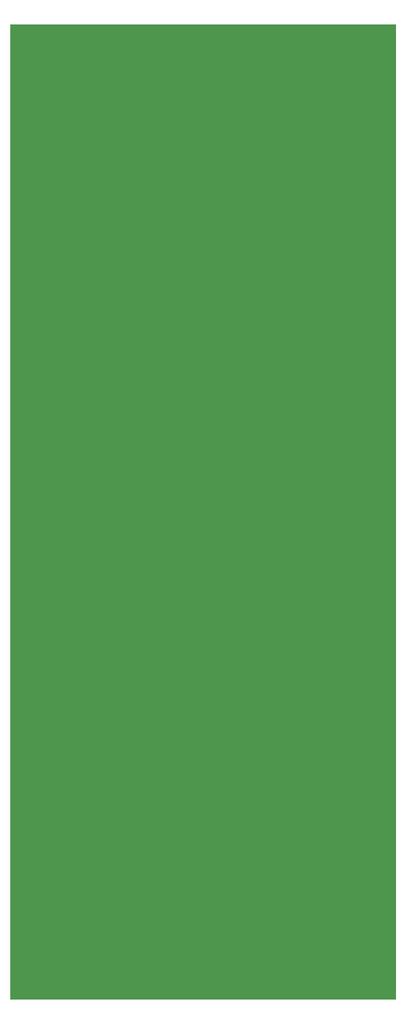
<source format=gbr>
G04 #@! TF.GenerationSoftware,KiCad,Pcbnew,(5.1.4)-1*
G04 #@! TF.CreationDate,2020-03-27T20:42:02+00:00*
G04 #@! TF.ProjectId,wagyu_front,77616779-755f-4667-926f-6e742e6b6963,rev?*
G04 #@! TF.SameCoordinates,Original*
G04 #@! TF.FileFunction,Soldermask,Bot*
G04 #@! TF.FilePolarity,Negative*
%FSLAX46Y46*%
G04 Gerber Fmt 4.6, Leading zero omitted, Abs format (unit mm)*
G04 Created by KiCad (PCBNEW (5.1.4)-1) date 2020-03-27 20:42:02*
%MOMM*%
%LPD*%
G04 APERTURE LIST*
%ADD10C,0.100000*%
G04 APERTURE END LIST*
D10*
G36*
X104140000Y-153670000D02*
G01*
X53340000Y-153670000D01*
X53340000Y-25400000D01*
X104140000Y-25400000D01*
X104140000Y-153670000D01*
G37*
X104140000Y-153670000D02*
X53340000Y-153670000D01*
X53340000Y-25400000D01*
X104140000Y-25400000D01*
X104140000Y-153670000D01*
G36*
X87873651Y-149272888D02*
G01*
X88184870Y-149367296D01*
X88471680Y-149520599D01*
X88471683Y-149520601D01*
X88471684Y-149520602D01*
X88723082Y-149726918D01*
X88929398Y-149978316D01*
X88929401Y-149978320D01*
X89082704Y-150265130D01*
X89177112Y-150576349D01*
X89208988Y-150900000D01*
X89177112Y-151223651D01*
X89082704Y-151534870D01*
X88929401Y-151821680D01*
X88929399Y-151821683D01*
X88929398Y-151821684D01*
X88723082Y-152073082D01*
X88471684Y-152279398D01*
X88471680Y-152279401D01*
X88184870Y-152432704D01*
X87873651Y-152527112D01*
X87631107Y-152551000D01*
X84928893Y-152551000D01*
X84686349Y-152527112D01*
X84375130Y-152432704D01*
X84088320Y-152279401D01*
X84088316Y-152279398D01*
X83836918Y-152073082D01*
X83630602Y-151821684D01*
X83630601Y-151821683D01*
X83630599Y-151821680D01*
X83477296Y-151534870D01*
X83382888Y-151223651D01*
X83351012Y-150900000D01*
X83382888Y-150576349D01*
X83477296Y-150265130D01*
X83630599Y-149978320D01*
X83630602Y-149978316D01*
X83836918Y-149726918D01*
X84088316Y-149520602D01*
X84088317Y-149520601D01*
X84088320Y-149520599D01*
X84375130Y-149367296D01*
X84686349Y-149272888D01*
X84928893Y-149249000D01*
X87631107Y-149249000D01*
X87873651Y-149272888D01*
X87873651Y-149272888D01*
G37*
G36*
X59933651Y-149272888D02*
G01*
X60244870Y-149367296D01*
X60531680Y-149520599D01*
X60531683Y-149520601D01*
X60531684Y-149520602D01*
X60783082Y-149726918D01*
X60989398Y-149978316D01*
X60989401Y-149978320D01*
X61142704Y-150265130D01*
X61237112Y-150576349D01*
X61268988Y-150900000D01*
X61237112Y-151223651D01*
X61142704Y-151534870D01*
X60989401Y-151821680D01*
X60989399Y-151821683D01*
X60989398Y-151821684D01*
X60783082Y-152073082D01*
X60531684Y-152279398D01*
X60531680Y-152279401D01*
X60244870Y-152432704D01*
X59933651Y-152527112D01*
X59691107Y-152551000D01*
X56988893Y-152551000D01*
X56746349Y-152527112D01*
X56435130Y-152432704D01*
X56148320Y-152279401D01*
X56148316Y-152279398D01*
X55896918Y-152073082D01*
X55690602Y-151821684D01*
X55690601Y-151821683D01*
X55690599Y-151821680D01*
X55537296Y-151534870D01*
X55442888Y-151223651D01*
X55411012Y-150900000D01*
X55442888Y-150576349D01*
X55537296Y-150265130D01*
X55690599Y-149978320D01*
X55690602Y-149978316D01*
X55896918Y-149726918D01*
X56148316Y-149520602D01*
X56148317Y-149520601D01*
X56148320Y-149520599D01*
X56435130Y-149367296D01*
X56746349Y-149272888D01*
X56988893Y-149249000D01*
X59691107Y-149249000D01*
X59933651Y-149272888D01*
X59933651Y-149272888D01*
G37*
G36*
X100636564Y-96779389D02*
G01*
X100827833Y-96858615D01*
X100827835Y-96858616D01*
X100999973Y-96973635D01*
X101146365Y-97120027D01*
X101261385Y-97292167D01*
X101340611Y-97483436D01*
X101381000Y-97686484D01*
X101381000Y-97893516D01*
X101340611Y-98096564D01*
X101261385Y-98287833D01*
X101261384Y-98287835D01*
X101146365Y-98459973D01*
X100999973Y-98606365D01*
X100827835Y-98721384D01*
X100827834Y-98721385D01*
X100827833Y-98721385D01*
X100636564Y-98800611D01*
X100433516Y-98841000D01*
X100226484Y-98841000D01*
X100023436Y-98800611D01*
X99832167Y-98721385D01*
X99832166Y-98721385D01*
X99832165Y-98721384D01*
X99660027Y-98606365D01*
X99513635Y-98459973D01*
X99398616Y-98287835D01*
X99398615Y-98287833D01*
X99319389Y-98096564D01*
X99279000Y-97893516D01*
X99279000Y-97686484D01*
X99319389Y-97483436D01*
X99398615Y-97292167D01*
X99513635Y-97120027D01*
X99660027Y-96973635D01*
X99832165Y-96858616D01*
X99832167Y-96858615D01*
X100023436Y-96779389D01*
X100226484Y-96739000D01*
X100433516Y-96739000D01*
X100636564Y-96779389D01*
X100636564Y-96779389D01*
G37*
G36*
X82856564Y-96779389D02*
G01*
X83047833Y-96858615D01*
X83047835Y-96858616D01*
X83219973Y-96973635D01*
X83366365Y-97120027D01*
X83481385Y-97292167D01*
X83560611Y-97483436D01*
X83601000Y-97686484D01*
X83601000Y-97893516D01*
X83560611Y-98096564D01*
X83481385Y-98287833D01*
X83481384Y-98287835D01*
X83366365Y-98459973D01*
X83219973Y-98606365D01*
X83047835Y-98721384D01*
X83047834Y-98721385D01*
X83047833Y-98721385D01*
X82856564Y-98800611D01*
X82653516Y-98841000D01*
X82446484Y-98841000D01*
X82243436Y-98800611D01*
X82052167Y-98721385D01*
X82052166Y-98721385D01*
X82052165Y-98721384D01*
X81880027Y-98606365D01*
X81733635Y-98459973D01*
X81618616Y-98287835D01*
X81618615Y-98287833D01*
X81539389Y-98096564D01*
X81499000Y-97893516D01*
X81499000Y-97686484D01*
X81539389Y-97483436D01*
X81618615Y-97292167D01*
X81733635Y-97120027D01*
X81880027Y-96973635D01*
X82052165Y-96858616D01*
X82052167Y-96858615D01*
X82243436Y-96779389D01*
X82446484Y-96739000D01*
X82653516Y-96739000D01*
X82856564Y-96779389D01*
X82856564Y-96779389D01*
G37*
G36*
X85396564Y-96779389D02*
G01*
X85587833Y-96858615D01*
X85587835Y-96858616D01*
X85759973Y-96973635D01*
X85906365Y-97120027D01*
X86021385Y-97292167D01*
X86100611Y-97483436D01*
X86141000Y-97686484D01*
X86141000Y-97893516D01*
X86100611Y-98096564D01*
X86021385Y-98287833D01*
X86021384Y-98287835D01*
X85906365Y-98459973D01*
X85759973Y-98606365D01*
X85587835Y-98721384D01*
X85587834Y-98721385D01*
X85587833Y-98721385D01*
X85396564Y-98800611D01*
X85193516Y-98841000D01*
X84986484Y-98841000D01*
X84783436Y-98800611D01*
X84592167Y-98721385D01*
X84592166Y-98721385D01*
X84592165Y-98721384D01*
X84420027Y-98606365D01*
X84273635Y-98459973D01*
X84158616Y-98287835D01*
X84158615Y-98287833D01*
X84079389Y-98096564D01*
X84039000Y-97893516D01*
X84039000Y-97686484D01*
X84079389Y-97483436D01*
X84158615Y-97292167D01*
X84273635Y-97120027D01*
X84420027Y-96973635D01*
X84592165Y-96858616D01*
X84592167Y-96858615D01*
X84783436Y-96779389D01*
X84986484Y-96739000D01*
X85193516Y-96739000D01*
X85396564Y-96779389D01*
X85396564Y-96779389D01*
G37*
G36*
X87936564Y-96779389D02*
G01*
X88127833Y-96858615D01*
X88127835Y-96858616D01*
X88299973Y-96973635D01*
X88446365Y-97120027D01*
X88561385Y-97292167D01*
X88640611Y-97483436D01*
X88681000Y-97686484D01*
X88681000Y-97893516D01*
X88640611Y-98096564D01*
X88561385Y-98287833D01*
X88561384Y-98287835D01*
X88446365Y-98459973D01*
X88299973Y-98606365D01*
X88127835Y-98721384D01*
X88127834Y-98721385D01*
X88127833Y-98721385D01*
X87936564Y-98800611D01*
X87733516Y-98841000D01*
X87526484Y-98841000D01*
X87323436Y-98800611D01*
X87132167Y-98721385D01*
X87132166Y-98721385D01*
X87132165Y-98721384D01*
X86960027Y-98606365D01*
X86813635Y-98459973D01*
X86698616Y-98287835D01*
X86698615Y-98287833D01*
X86619389Y-98096564D01*
X86579000Y-97893516D01*
X86579000Y-97686484D01*
X86619389Y-97483436D01*
X86698615Y-97292167D01*
X86813635Y-97120027D01*
X86960027Y-96973635D01*
X87132165Y-96858616D01*
X87132167Y-96858615D01*
X87323436Y-96779389D01*
X87526484Y-96739000D01*
X87733516Y-96739000D01*
X87936564Y-96779389D01*
X87936564Y-96779389D01*
G37*
G36*
X90476564Y-96779389D02*
G01*
X90667833Y-96858615D01*
X90667835Y-96858616D01*
X90839973Y-96973635D01*
X90986365Y-97120027D01*
X91101385Y-97292167D01*
X91180611Y-97483436D01*
X91221000Y-97686484D01*
X91221000Y-97893516D01*
X91180611Y-98096564D01*
X91101385Y-98287833D01*
X91101384Y-98287835D01*
X90986365Y-98459973D01*
X90839973Y-98606365D01*
X90667835Y-98721384D01*
X90667834Y-98721385D01*
X90667833Y-98721385D01*
X90476564Y-98800611D01*
X90273516Y-98841000D01*
X90066484Y-98841000D01*
X89863436Y-98800611D01*
X89672167Y-98721385D01*
X89672166Y-98721385D01*
X89672165Y-98721384D01*
X89500027Y-98606365D01*
X89353635Y-98459973D01*
X89238616Y-98287835D01*
X89238615Y-98287833D01*
X89159389Y-98096564D01*
X89119000Y-97893516D01*
X89119000Y-97686484D01*
X89159389Y-97483436D01*
X89238615Y-97292167D01*
X89353635Y-97120027D01*
X89500027Y-96973635D01*
X89672165Y-96858616D01*
X89672167Y-96858615D01*
X89863436Y-96779389D01*
X90066484Y-96739000D01*
X90273516Y-96739000D01*
X90476564Y-96779389D01*
X90476564Y-96779389D01*
G37*
G36*
X93016564Y-96779389D02*
G01*
X93207833Y-96858615D01*
X93207835Y-96858616D01*
X93379973Y-96973635D01*
X93526365Y-97120027D01*
X93641385Y-97292167D01*
X93720611Y-97483436D01*
X93761000Y-97686484D01*
X93761000Y-97893516D01*
X93720611Y-98096564D01*
X93641385Y-98287833D01*
X93641384Y-98287835D01*
X93526365Y-98459973D01*
X93379973Y-98606365D01*
X93207835Y-98721384D01*
X93207834Y-98721385D01*
X93207833Y-98721385D01*
X93016564Y-98800611D01*
X92813516Y-98841000D01*
X92606484Y-98841000D01*
X92403436Y-98800611D01*
X92212167Y-98721385D01*
X92212166Y-98721385D01*
X92212165Y-98721384D01*
X92040027Y-98606365D01*
X91893635Y-98459973D01*
X91778616Y-98287835D01*
X91778615Y-98287833D01*
X91699389Y-98096564D01*
X91659000Y-97893516D01*
X91659000Y-97686484D01*
X91699389Y-97483436D01*
X91778615Y-97292167D01*
X91893635Y-97120027D01*
X92040027Y-96973635D01*
X92212165Y-96858616D01*
X92212167Y-96858615D01*
X92403436Y-96779389D01*
X92606484Y-96739000D01*
X92813516Y-96739000D01*
X93016564Y-96779389D01*
X93016564Y-96779389D01*
G37*
G36*
X95556564Y-96779389D02*
G01*
X95747833Y-96858615D01*
X95747835Y-96858616D01*
X95919973Y-96973635D01*
X96066365Y-97120027D01*
X96181385Y-97292167D01*
X96260611Y-97483436D01*
X96301000Y-97686484D01*
X96301000Y-97893516D01*
X96260611Y-98096564D01*
X96181385Y-98287833D01*
X96181384Y-98287835D01*
X96066365Y-98459973D01*
X95919973Y-98606365D01*
X95747835Y-98721384D01*
X95747834Y-98721385D01*
X95747833Y-98721385D01*
X95556564Y-98800611D01*
X95353516Y-98841000D01*
X95146484Y-98841000D01*
X94943436Y-98800611D01*
X94752167Y-98721385D01*
X94752166Y-98721385D01*
X94752165Y-98721384D01*
X94580027Y-98606365D01*
X94433635Y-98459973D01*
X94318616Y-98287835D01*
X94318615Y-98287833D01*
X94239389Y-98096564D01*
X94199000Y-97893516D01*
X94199000Y-97686484D01*
X94239389Y-97483436D01*
X94318615Y-97292167D01*
X94433635Y-97120027D01*
X94580027Y-96973635D01*
X94752165Y-96858616D01*
X94752167Y-96858615D01*
X94943436Y-96779389D01*
X95146484Y-96739000D01*
X95353516Y-96739000D01*
X95556564Y-96779389D01*
X95556564Y-96779389D01*
G37*
G36*
X98096564Y-96779389D02*
G01*
X98287833Y-96858615D01*
X98287835Y-96858616D01*
X98459973Y-96973635D01*
X98606365Y-97120027D01*
X98721385Y-97292167D01*
X98800611Y-97483436D01*
X98841000Y-97686484D01*
X98841000Y-97893516D01*
X98800611Y-98096564D01*
X98721385Y-98287833D01*
X98721384Y-98287835D01*
X98606365Y-98459973D01*
X98459973Y-98606365D01*
X98287835Y-98721384D01*
X98287834Y-98721385D01*
X98287833Y-98721385D01*
X98096564Y-98800611D01*
X97893516Y-98841000D01*
X97686484Y-98841000D01*
X97483436Y-98800611D01*
X97292167Y-98721385D01*
X97292166Y-98721385D01*
X97292165Y-98721384D01*
X97120027Y-98606365D01*
X96973635Y-98459973D01*
X96858616Y-98287835D01*
X96858615Y-98287833D01*
X96779389Y-98096564D01*
X96739000Y-97893516D01*
X96739000Y-97686484D01*
X96779389Y-97483436D01*
X96858615Y-97292167D01*
X96973635Y-97120027D01*
X97120027Y-96973635D01*
X97292165Y-96858616D01*
X97292167Y-96858615D01*
X97483436Y-96779389D01*
X97686484Y-96739000D01*
X97893516Y-96739000D01*
X98096564Y-96779389D01*
X98096564Y-96779389D01*
G37*
G36*
X93016564Y-94239389D02*
G01*
X93207833Y-94318615D01*
X93207835Y-94318616D01*
X93379973Y-94433635D01*
X93526365Y-94580027D01*
X93641385Y-94752167D01*
X93720611Y-94943436D01*
X93761000Y-95146484D01*
X93761000Y-95353516D01*
X93720611Y-95556564D01*
X93641385Y-95747833D01*
X93641384Y-95747835D01*
X93526365Y-95919973D01*
X93379973Y-96066365D01*
X93207835Y-96181384D01*
X93207834Y-96181385D01*
X93207833Y-96181385D01*
X93016564Y-96260611D01*
X92813516Y-96301000D01*
X92606484Y-96301000D01*
X92403436Y-96260611D01*
X92212167Y-96181385D01*
X92212166Y-96181385D01*
X92212165Y-96181384D01*
X92040027Y-96066365D01*
X91893635Y-95919973D01*
X91778616Y-95747835D01*
X91778615Y-95747833D01*
X91699389Y-95556564D01*
X91659000Y-95353516D01*
X91659000Y-95146484D01*
X91699389Y-94943436D01*
X91778615Y-94752167D01*
X91893635Y-94580027D01*
X92040027Y-94433635D01*
X92212165Y-94318616D01*
X92212167Y-94318615D01*
X92403436Y-94239389D01*
X92606484Y-94199000D01*
X92813516Y-94199000D01*
X93016564Y-94239389D01*
X93016564Y-94239389D01*
G37*
G36*
X82856564Y-94239389D02*
G01*
X83047833Y-94318615D01*
X83047835Y-94318616D01*
X83219973Y-94433635D01*
X83366365Y-94580027D01*
X83481385Y-94752167D01*
X83560611Y-94943436D01*
X83601000Y-95146484D01*
X83601000Y-95353516D01*
X83560611Y-95556564D01*
X83481385Y-95747833D01*
X83481384Y-95747835D01*
X83366365Y-95919973D01*
X83219973Y-96066365D01*
X83047835Y-96181384D01*
X83047834Y-96181385D01*
X83047833Y-96181385D01*
X82856564Y-96260611D01*
X82653516Y-96301000D01*
X82446484Y-96301000D01*
X82243436Y-96260611D01*
X82052167Y-96181385D01*
X82052166Y-96181385D01*
X82052165Y-96181384D01*
X81880027Y-96066365D01*
X81733635Y-95919973D01*
X81618616Y-95747835D01*
X81618615Y-95747833D01*
X81539389Y-95556564D01*
X81499000Y-95353516D01*
X81499000Y-95146484D01*
X81539389Y-94943436D01*
X81618615Y-94752167D01*
X81733635Y-94580027D01*
X81880027Y-94433635D01*
X82052165Y-94318616D01*
X82052167Y-94318615D01*
X82243436Y-94239389D01*
X82446484Y-94199000D01*
X82653516Y-94199000D01*
X82856564Y-94239389D01*
X82856564Y-94239389D01*
G37*
G36*
X85396564Y-94239389D02*
G01*
X85587833Y-94318615D01*
X85587835Y-94318616D01*
X85759973Y-94433635D01*
X85906365Y-94580027D01*
X86021385Y-94752167D01*
X86100611Y-94943436D01*
X86141000Y-95146484D01*
X86141000Y-95353516D01*
X86100611Y-95556564D01*
X86021385Y-95747833D01*
X86021384Y-95747835D01*
X85906365Y-95919973D01*
X85759973Y-96066365D01*
X85587835Y-96181384D01*
X85587834Y-96181385D01*
X85587833Y-96181385D01*
X85396564Y-96260611D01*
X85193516Y-96301000D01*
X84986484Y-96301000D01*
X84783436Y-96260611D01*
X84592167Y-96181385D01*
X84592166Y-96181385D01*
X84592165Y-96181384D01*
X84420027Y-96066365D01*
X84273635Y-95919973D01*
X84158616Y-95747835D01*
X84158615Y-95747833D01*
X84079389Y-95556564D01*
X84039000Y-95353516D01*
X84039000Y-95146484D01*
X84079389Y-94943436D01*
X84158615Y-94752167D01*
X84273635Y-94580027D01*
X84420027Y-94433635D01*
X84592165Y-94318616D01*
X84592167Y-94318615D01*
X84783436Y-94239389D01*
X84986484Y-94199000D01*
X85193516Y-94199000D01*
X85396564Y-94239389D01*
X85396564Y-94239389D01*
G37*
G36*
X87936564Y-94239389D02*
G01*
X88127833Y-94318615D01*
X88127835Y-94318616D01*
X88299973Y-94433635D01*
X88446365Y-94580027D01*
X88561385Y-94752167D01*
X88640611Y-94943436D01*
X88681000Y-95146484D01*
X88681000Y-95353516D01*
X88640611Y-95556564D01*
X88561385Y-95747833D01*
X88561384Y-95747835D01*
X88446365Y-95919973D01*
X88299973Y-96066365D01*
X88127835Y-96181384D01*
X88127834Y-96181385D01*
X88127833Y-96181385D01*
X87936564Y-96260611D01*
X87733516Y-96301000D01*
X87526484Y-96301000D01*
X87323436Y-96260611D01*
X87132167Y-96181385D01*
X87132166Y-96181385D01*
X87132165Y-96181384D01*
X86960027Y-96066365D01*
X86813635Y-95919973D01*
X86698616Y-95747835D01*
X86698615Y-95747833D01*
X86619389Y-95556564D01*
X86579000Y-95353516D01*
X86579000Y-95146484D01*
X86619389Y-94943436D01*
X86698615Y-94752167D01*
X86813635Y-94580027D01*
X86960027Y-94433635D01*
X87132165Y-94318616D01*
X87132167Y-94318615D01*
X87323436Y-94239389D01*
X87526484Y-94199000D01*
X87733516Y-94199000D01*
X87936564Y-94239389D01*
X87936564Y-94239389D01*
G37*
G36*
X90476564Y-94239389D02*
G01*
X90667833Y-94318615D01*
X90667835Y-94318616D01*
X90839973Y-94433635D01*
X90986365Y-94580027D01*
X91101385Y-94752167D01*
X91180611Y-94943436D01*
X91221000Y-95146484D01*
X91221000Y-95353516D01*
X91180611Y-95556564D01*
X91101385Y-95747833D01*
X91101384Y-95747835D01*
X90986365Y-95919973D01*
X90839973Y-96066365D01*
X90667835Y-96181384D01*
X90667834Y-96181385D01*
X90667833Y-96181385D01*
X90476564Y-96260611D01*
X90273516Y-96301000D01*
X90066484Y-96301000D01*
X89863436Y-96260611D01*
X89672167Y-96181385D01*
X89672166Y-96181385D01*
X89672165Y-96181384D01*
X89500027Y-96066365D01*
X89353635Y-95919973D01*
X89238616Y-95747835D01*
X89238615Y-95747833D01*
X89159389Y-95556564D01*
X89119000Y-95353516D01*
X89119000Y-95146484D01*
X89159389Y-94943436D01*
X89238615Y-94752167D01*
X89353635Y-94580027D01*
X89500027Y-94433635D01*
X89672165Y-94318616D01*
X89672167Y-94318615D01*
X89863436Y-94239389D01*
X90066484Y-94199000D01*
X90273516Y-94199000D01*
X90476564Y-94239389D01*
X90476564Y-94239389D01*
G37*
G36*
X95556564Y-94239389D02*
G01*
X95747833Y-94318615D01*
X95747835Y-94318616D01*
X95919973Y-94433635D01*
X96066365Y-94580027D01*
X96181385Y-94752167D01*
X96260611Y-94943436D01*
X96301000Y-95146484D01*
X96301000Y-95353516D01*
X96260611Y-95556564D01*
X96181385Y-95747833D01*
X96181384Y-95747835D01*
X96066365Y-95919973D01*
X95919973Y-96066365D01*
X95747835Y-96181384D01*
X95747834Y-96181385D01*
X95747833Y-96181385D01*
X95556564Y-96260611D01*
X95353516Y-96301000D01*
X95146484Y-96301000D01*
X94943436Y-96260611D01*
X94752167Y-96181385D01*
X94752166Y-96181385D01*
X94752165Y-96181384D01*
X94580027Y-96066365D01*
X94433635Y-95919973D01*
X94318616Y-95747835D01*
X94318615Y-95747833D01*
X94239389Y-95556564D01*
X94199000Y-95353516D01*
X94199000Y-95146484D01*
X94239389Y-94943436D01*
X94318615Y-94752167D01*
X94433635Y-94580027D01*
X94580027Y-94433635D01*
X94752165Y-94318616D01*
X94752167Y-94318615D01*
X94943436Y-94239389D01*
X95146484Y-94199000D01*
X95353516Y-94199000D01*
X95556564Y-94239389D01*
X95556564Y-94239389D01*
G37*
G36*
X100636564Y-94239389D02*
G01*
X100827833Y-94318615D01*
X100827835Y-94318616D01*
X100999973Y-94433635D01*
X101146365Y-94580027D01*
X101261385Y-94752167D01*
X101340611Y-94943436D01*
X101381000Y-95146484D01*
X101381000Y-95353516D01*
X101340611Y-95556564D01*
X101261385Y-95747833D01*
X101261384Y-95747835D01*
X101146365Y-95919973D01*
X100999973Y-96066365D01*
X100827835Y-96181384D01*
X100827834Y-96181385D01*
X100827833Y-96181385D01*
X100636564Y-96260611D01*
X100433516Y-96301000D01*
X100226484Y-96301000D01*
X100023436Y-96260611D01*
X99832167Y-96181385D01*
X99832166Y-96181385D01*
X99832165Y-96181384D01*
X99660027Y-96066365D01*
X99513635Y-95919973D01*
X99398616Y-95747835D01*
X99398615Y-95747833D01*
X99319389Y-95556564D01*
X99279000Y-95353516D01*
X99279000Y-95146484D01*
X99319389Y-94943436D01*
X99398615Y-94752167D01*
X99513635Y-94580027D01*
X99660027Y-94433635D01*
X99832165Y-94318616D01*
X99832167Y-94318615D01*
X100023436Y-94239389D01*
X100226484Y-94199000D01*
X100433516Y-94199000D01*
X100636564Y-94239389D01*
X100636564Y-94239389D01*
G37*
G36*
X98096564Y-94239389D02*
G01*
X98287833Y-94318615D01*
X98287835Y-94318616D01*
X98459973Y-94433635D01*
X98606365Y-94580027D01*
X98721385Y-94752167D01*
X98800611Y-94943436D01*
X98841000Y-95146484D01*
X98841000Y-95353516D01*
X98800611Y-95556564D01*
X98721385Y-95747833D01*
X98721384Y-95747835D01*
X98606365Y-95919973D01*
X98459973Y-96066365D01*
X98287835Y-96181384D01*
X98287834Y-96181385D01*
X98287833Y-96181385D01*
X98096564Y-96260611D01*
X97893516Y-96301000D01*
X97686484Y-96301000D01*
X97483436Y-96260611D01*
X97292167Y-96181385D01*
X97292166Y-96181385D01*
X97292165Y-96181384D01*
X97120027Y-96066365D01*
X96973635Y-95919973D01*
X96858616Y-95747835D01*
X96858615Y-95747833D01*
X96779389Y-95556564D01*
X96739000Y-95353516D01*
X96739000Y-95146484D01*
X96779389Y-94943436D01*
X96858615Y-94752167D01*
X96973635Y-94580027D01*
X97120027Y-94433635D01*
X97292165Y-94318616D01*
X97292167Y-94318615D01*
X97483436Y-94239389D01*
X97686484Y-94199000D01*
X97893516Y-94199000D01*
X98096564Y-94239389D01*
X98096564Y-94239389D01*
G37*
G36*
X82856564Y-91699389D02*
G01*
X83047833Y-91778615D01*
X83047835Y-91778616D01*
X83219973Y-91893635D01*
X83366365Y-92040027D01*
X83481385Y-92212167D01*
X83560611Y-92403436D01*
X83601000Y-92606484D01*
X83601000Y-92813516D01*
X83560611Y-93016564D01*
X83481385Y-93207833D01*
X83481384Y-93207835D01*
X83366365Y-93379973D01*
X83219973Y-93526365D01*
X83047835Y-93641384D01*
X83047834Y-93641385D01*
X83047833Y-93641385D01*
X82856564Y-93720611D01*
X82653516Y-93761000D01*
X82446484Y-93761000D01*
X82243436Y-93720611D01*
X82052167Y-93641385D01*
X82052166Y-93641385D01*
X82052165Y-93641384D01*
X81880027Y-93526365D01*
X81733635Y-93379973D01*
X81618616Y-93207835D01*
X81618615Y-93207833D01*
X81539389Y-93016564D01*
X81499000Y-92813516D01*
X81499000Y-92606484D01*
X81539389Y-92403436D01*
X81618615Y-92212167D01*
X81733635Y-92040027D01*
X81880027Y-91893635D01*
X82052165Y-91778616D01*
X82052167Y-91778615D01*
X82243436Y-91699389D01*
X82446484Y-91659000D01*
X82653516Y-91659000D01*
X82856564Y-91699389D01*
X82856564Y-91699389D01*
G37*
G36*
X100636564Y-91699389D02*
G01*
X100827833Y-91778615D01*
X100827835Y-91778616D01*
X100999973Y-91893635D01*
X101146365Y-92040027D01*
X101261385Y-92212167D01*
X101340611Y-92403436D01*
X101381000Y-92606484D01*
X101381000Y-92813516D01*
X101340611Y-93016564D01*
X101261385Y-93207833D01*
X101261384Y-93207835D01*
X101146365Y-93379973D01*
X100999973Y-93526365D01*
X100827835Y-93641384D01*
X100827834Y-93641385D01*
X100827833Y-93641385D01*
X100636564Y-93720611D01*
X100433516Y-93761000D01*
X100226484Y-93761000D01*
X100023436Y-93720611D01*
X99832167Y-93641385D01*
X99832166Y-93641385D01*
X99832165Y-93641384D01*
X99660027Y-93526365D01*
X99513635Y-93379973D01*
X99398616Y-93207835D01*
X99398615Y-93207833D01*
X99319389Y-93016564D01*
X99279000Y-92813516D01*
X99279000Y-92606484D01*
X99319389Y-92403436D01*
X99398615Y-92212167D01*
X99513635Y-92040027D01*
X99660027Y-91893635D01*
X99832165Y-91778616D01*
X99832167Y-91778615D01*
X100023436Y-91699389D01*
X100226484Y-91659000D01*
X100433516Y-91659000D01*
X100636564Y-91699389D01*
X100636564Y-91699389D01*
G37*
G36*
X95556564Y-91699389D02*
G01*
X95747833Y-91778615D01*
X95747835Y-91778616D01*
X95919973Y-91893635D01*
X96066365Y-92040027D01*
X96181385Y-92212167D01*
X96260611Y-92403436D01*
X96301000Y-92606484D01*
X96301000Y-92813516D01*
X96260611Y-93016564D01*
X96181385Y-93207833D01*
X96181384Y-93207835D01*
X96066365Y-93379973D01*
X95919973Y-93526365D01*
X95747835Y-93641384D01*
X95747834Y-93641385D01*
X95747833Y-93641385D01*
X95556564Y-93720611D01*
X95353516Y-93761000D01*
X95146484Y-93761000D01*
X94943436Y-93720611D01*
X94752167Y-93641385D01*
X94752166Y-93641385D01*
X94752165Y-93641384D01*
X94580027Y-93526365D01*
X94433635Y-93379973D01*
X94318616Y-93207835D01*
X94318615Y-93207833D01*
X94239389Y-93016564D01*
X94199000Y-92813516D01*
X94199000Y-92606484D01*
X94239389Y-92403436D01*
X94318615Y-92212167D01*
X94433635Y-92040027D01*
X94580027Y-91893635D01*
X94752165Y-91778616D01*
X94752167Y-91778615D01*
X94943436Y-91699389D01*
X95146484Y-91659000D01*
X95353516Y-91659000D01*
X95556564Y-91699389D01*
X95556564Y-91699389D01*
G37*
G36*
X93016564Y-91699389D02*
G01*
X93207833Y-91778615D01*
X93207835Y-91778616D01*
X93379973Y-91893635D01*
X93526365Y-92040027D01*
X93641385Y-92212167D01*
X93720611Y-92403436D01*
X93761000Y-92606484D01*
X93761000Y-92813516D01*
X93720611Y-93016564D01*
X93641385Y-93207833D01*
X93641384Y-93207835D01*
X93526365Y-93379973D01*
X93379973Y-93526365D01*
X93207835Y-93641384D01*
X93207834Y-93641385D01*
X93207833Y-93641385D01*
X93016564Y-93720611D01*
X92813516Y-93761000D01*
X92606484Y-93761000D01*
X92403436Y-93720611D01*
X92212167Y-93641385D01*
X92212166Y-93641385D01*
X92212165Y-93641384D01*
X92040027Y-93526365D01*
X91893635Y-93379973D01*
X91778616Y-93207835D01*
X91778615Y-93207833D01*
X91699389Y-93016564D01*
X91659000Y-92813516D01*
X91659000Y-92606484D01*
X91699389Y-92403436D01*
X91778615Y-92212167D01*
X91893635Y-92040027D01*
X92040027Y-91893635D01*
X92212165Y-91778616D01*
X92212167Y-91778615D01*
X92403436Y-91699389D01*
X92606484Y-91659000D01*
X92813516Y-91659000D01*
X93016564Y-91699389D01*
X93016564Y-91699389D01*
G37*
G36*
X90476564Y-91699389D02*
G01*
X90667833Y-91778615D01*
X90667835Y-91778616D01*
X90839973Y-91893635D01*
X90986365Y-92040027D01*
X91101385Y-92212167D01*
X91180611Y-92403436D01*
X91221000Y-92606484D01*
X91221000Y-92813516D01*
X91180611Y-93016564D01*
X91101385Y-93207833D01*
X91101384Y-93207835D01*
X90986365Y-93379973D01*
X90839973Y-93526365D01*
X90667835Y-93641384D01*
X90667834Y-93641385D01*
X90667833Y-93641385D01*
X90476564Y-93720611D01*
X90273516Y-93761000D01*
X90066484Y-93761000D01*
X89863436Y-93720611D01*
X89672167Y-93641385D01*
X89672166Y-93641385D01*
X89672165Y-93641384D01*
X89500027Y-93526365D01*
X89353635Y-93379973D01*
X89238616Y-93207835D01*
X89238615Y-93207833D01*
X89159389Y-93016564D01*
X89119000Y-92813516D01*
X89119000Y-92606484D01*
X89159389Y-92403436D01*
X89238615Y-92212167D01*
X89353635Y-92040027D01*
X89500027Y-91893635D01*
X89672165Y-91778616D01*
X89672167Y-91778615D01*
X89863436Y-91699389D01*
X90066484Y-91659000D01*
X90273516Y-91659000D01*
X90476564Y-91699389D01*
X90476564Y-91699389D01*
G37*
G36*
X87936564Y-91699389D02*
G01*
X88127833Y-91778615D01*
X88127835Y-91778616D01*
X88299973Y-91893635D01*
X88446365Y-92040027D01*
X88561385Y-92212167D01*
X88640611Y-92403436D01*
X88681000Y-92606484D01*
X88681000Y-92813516D01*
X88640611Y-93016564D01*
X88561385Y-93207833D01*
X88561384Y-93207835D01*
X88446365Y-93379973D01*
X88299973Y-93526365D01*
X88127835Y-93641384D01*
X88127834Y-93641385D01*
X88127833Y-93641385D01*
X87936564Y-93720611D01*
X87733516Y-93761000D01*
X87526484Y-93761000D01*
X87323436Y-93720611D01*
X87132167Y-93641385D01*
X87132166Y-93641385D01*
X87132165Y-93641384D01*
X86960027Y-93526365D01*
X86813635Y-93379973D01*
X86698616Y-93207835D01*
X86698615Y-93207833D01*
X86619389Y-93016564D01*
X86579000Y-92813516D01*
X86579000Y-92606484D01*
X86619389Y-92403436D01*
X86698615Y-92212167D01*
X86813635Y-92040027D01*
X86960027Y-91893635D01*
X87132165Y-91778616D01*
X87132167Y-91778615D01*
X87323436Y-91699389D01*
X87526484Y-91659000D01*
X87733516Y-91659000D01*
X87936564Y-91699389D01*
X87936564Y-91699389D01*
G37*
G36*
X85396564Y-91699389D02*
G01*
X85587833Y-91778615D01*
X85587835Y-91778616D01*
X85759973Y-91893635D01*
X85906365Y-92040027D01*
X86021385Y-92212167D01*
X86100611Y-92403436D01*
X86141000Y-92606484D01*
X86141000Y-92813516D01*
X86100611Y-93016564D01*
X86021385Y-93207833D01*
X86021384Y-93207835D01*
X85906365Y-93379973D01*
X85759973Y-93526365D01*
X85587835Y-93641384D01*
X85587834Y-93641385D01*
X85587833Y-93641385D01*
X85396564Y-93720611D01*
X85193516Y-93761000D01*
X84986484Y-93761000D01*
X84783436Y-93720611D01*
X84592167Y-93641385D01*
X84592166Y-93641385D01*
X84592165Y-93641384D01*
X84420027Y-93526365D01*
X84273635Y-93379973D01*
X84158616Y-93207835D01*
X84158615Y-93207833D01*
X84079389Y-93016564D01*
X84039000Y-92813516D01*
X84039000Y-92606484D01*
X84079389Y-92403436D01*
X84158615Y-92212167D01*
X84273635Y-92040027D01*
X84420027Y-91893635D01*
X84592165Y-91778616D01*
X84592167Y-91778615D01*
X84783436Y-91699389D01*
X84986484Y-91659000D01*
X85193516Y-91659000D01*
X85396564Y-91699389D01*
X85396564Y-91699389D01*
G37*
G36*
X98096564Y-91699389D02*
G01*
X98287833Y-91778615D01*
X98287835Y-91778616D01*
X98459973Y-91893635D01*
X98606365Y-92040027D01*
X98721385Y-92212167D01*
X98800611Y-92403436D01*
X98841000Y-92606484D01*
X98841000Y-92813516D01*
X98800611Y-93016564D01*
X98721385Y-93207833D01*
X98721384Y-93207835D01*
X98606365Y-93379973D01*
X98459973Y-93526365D01*
X98287835Y-93641384D01*
X98287834Y-93641385D01*
X98287833Y-93641385D01*
X98096564Y-93720611D01*
X97893516Y-93761000D01*
X97686484Y-93761000D01*
X97483436Y-93720611D01*
X97292167Y-93641385D01*
X97292166Y-93641385D01*
X97292165Y-93641384D01*
X97120027Y-93526365D01*
X96973635Y-93379973D01*
X96858616Y-93207835D01*
X96858615Y-93207833D01*
X96779389Y-93016564D01*
X96739000Y-92813516D01*
X96739000Y-92606484D01*
X96779389Y-92403436D01*
X96858615Y-92212167D01*
X96973635Y-92040027D01*
X97120027Y-91893635D01*
X97292165Y-91778616D01*
X97292167Y-91778615D01*
X97483436Y-91699389D01*
X97686484Y-91659000D01*
X97893516Y-91659000D01*
X98096564Y-91699389D01*
X98096564Y-91699389D01*
G37*
G36*
X93016564Y-89159389D02*
G01*
X93207833Y-89238615D01*
X93207835Y-89238616D01*
X93379973Y-89353635D01*
X93526365Y-89500027D01*
X93641385Y-89672167D01*
X93720611Y-89863436D01*
X93761000Y-90066484D01*
X93761000Y-90273516D01*
X93720611Y-90476564D01*
X93641385Y-90667833D01*
X93641384Y-90667835D01*
X93526365Y-90839973D01*
X93379973Y-90986365D01*
X93207835Y-91101384D01*
X93207834Y-91101385D01*
X93207833Y-91101385D01*
X93016564Y-91180611D01*
X92813516Y-91221000D01*
X92606484Y-91221000D01*
X92403436Y-91180611D01*
X92212167Y-91101385D01*
X92212166Y-91101385D01*
X92212165Y-91101384D01*
X92040027Y-90986365D01*
X91893635Y-90839973D01*
X91778616Y-90667835D01*
X91778615Y-90667833D01*
X91699389Y-90476564D01*
X91659000Y-90273516D01*
X91659000Y-90066484D01*
X91699389Y-89863436D01*
X91778615Y-89672167D01*
X91893635Y-89500027D01*
X92040027Y-89353635D01*
X92212165Y-89238616D01*
X92212167Y-89238615D01*
X92403436Y-89159389D01*
X92606484Y-89119000D01*
X92813516Y-89119000D01*
X93016564Y-89159389D01*
X93016564Y-89159389D01*
G37*
G36*
X90476564Y-89159389D02*
G01*
X90667833Y-89238615D01*
X90667835Y-89238616D01*
X90839973Y-89353635D01*
X90986365Y-89500027D01*
X91101385Y-89672167D01*
X91180611Y-89863436D01*
X91221000Y-90066484D01*
X91221000Y-90273516D01*
X91180611Y-90476564D01*
X91101385Y-90667833D01*
X91101384Y-90667835D01*
X90986365Y-90839973D01*
X90839973Y-90986365D01*
X90667835Y-91101384D01*
X90667834Y-91101385D01*
X90667833Y-91101385D01*
X90476564Y-91180611D01*
X90273516Y-91221000D01*
X90066484Y-91221000D01*
X89863436Y-91180611D01*
X89672167Y-91101385D01*
X89672166Y-91101385D01*
X89672165Y-91101384D01*
X89500027Y-90986365D01*
X89353635Y-90839973D01*
X89238616Y-90667835D01*
X89238615Y-90667833D01*
X89159389Y-90476564D01*
X89119000Y-90273516D01*
X89119000Y-90066484D01*
X89159389Y-89863436D01*
X89238615Y-89672167D01*
X89353635Y-89500027D01*
X89500027Y-89353635D01*
X89672165Y-89238616D01*
X89672167Y-89238615D01*
X89863436Y-89159389D01*
X90066484Y-89119000D01*
X90273516Y-89119000D01*
X90476564Y-89159389D01*
X90476564Y-89159389D01*
G37*
G36*
X95556564Y-89159389D02*
G01*
X95747833Y-89238615D01*
X95747835Y-89238616D01*
X95919973Y-89353635D01*
X96066365Y-89500027D01*
X96181385Y-89672167D01*
X96260611Y-89863436D01*
X96301000Y-90066484D01*
X96301000Y-90273516D01*
X96260611Y-90476564D01*
X96181385Y-90667833D01*
X96181384Y-90667835D01*
X96066365Y-90839973D01*
X95919973Y-90986365D01*
X95747835Y-91101384D01*
X95747834Y-91101385D01*
X95747833Y-91101385D01*
X95556564Y-91180611D01*
X95353516Y-91221000D01*
X95146484Y-91221000D01*
X94943436Y-91180611D01*
X94752167Y-91101385D01*
X94752166Y-91101385D01*
X94752165Y-91101384D01*
X94580027Y-90986365D01*
X94433635Y-90839973D01*
X94318616Y-90667835D01*
X94318615Y-90667833D01*
X94239389Y-90476564D01*
X94199000Y-90273516D01*
X94199000Y-90066484D01*
X94239389Y-89863436D01*
X94318615Y-89672167D01*
X94433635Y-89500027D01*
X94580027Y-89353635D01*
X94752165Y-89238616D01*
X94752167Y-89238615D01*
X94943436Y-89159389D01*
X95146484Y-89119000D01*
X95353516Y-89119000D01*
X95556564Y-89159389D01*
X95556564Y-89159389D01*
G37*
G36*
X98096564Y-89159389D02*
G01*
X98287833Y-89238615D01*
X98287835Y-89238616D01*
X98459973Y-89353635D01*
X98606365Y-89500027D01*
X98721385Y-89672167D01*
X98800611Y-89863436D01*
X98841000Y-90066484D01*
X98841000Y-90273516D01*
X98800611Y-90476564D01*
X98721385Y-90667833D01*
X98721384Y-90667835D01*
X98606365Y-90839973D01*
X98459973Y-90986365D01*
X98287835Y-91101384D01*
X98287834Y-91101385D01*
X98287833Y-91101385D01*
X98096564Y-91180611D01*
X97893516Y-91221000D01*
X97686484Y-91221000D01*
X97483436Y-91180611D01*
X97292167Y-91101385D01*
X97292166Y-91101385D01*
X97292165Y-91101384D01*
X97120027Y-90986365D01*
X96973635Y-90839973D01*
X96858616Y-90667835D01*
X96858615Y-90667833D01*
X96779389Y-90476564D01*
X96739000Y-90273516D01*
X96739000Y-90066484D01*
X96779389Y-89863436D01*
X96858615Y-89672167D01*
X96973635Y-89500027D01*
X97120027Y-89353635D01*
X97292165Y-89238616D01*
X97292167Y-89238615D01*
X97483436Y-89159389D01*
X97686484Y-89119000D01*
X97893516Y-89119000D01*
X98096564Y-89159389D01*
X98096564Y-89159389D01*
G37*
G36*
X100636564Y-89159389D02*
G01*
X100827833Y-89238615D01*
X100827835Y-89238616D01*
X100999973Y-89353635D01*
X101146365Y-89500027D01*
X101261385Y-89672167D01*
X101340611Y-89863436D01*
X101381000Y-90066484D01*
X101381000Y-90273516D01*
X101340611Y-90476564D01*
X101261385Y-90667833D01*
X101261384Y-90667835D01*
X101146365Y-90839973D01*
X100999973Y-90986365D01*
X100827835Y-91101384D01*
X100827834Y-91101385D01*
X100827833Y-91101385D01*
X100636564Y-91180611D01*
X100433516Y-91221000D01*
X100226484Y-91221000D01*
X100023436Y-91180611D01*
X99832167Y-91101385D01*
X99832166Y-91101385D01*
X99832165Y-91101384D01*
X99660027Y-90986365D01*
X99513635Y-90839973D01*
X99398616Y-90667835D01*
X99398615Y-90667833D01*
X99319389Y-90476564D01*
X99279000Y-90273516D01*
X99279000Y-90066484D01*
X99319389Y-89863436D01*
X99398615Y-89672167D01*
X99513635Y-89500027D01*
X99660027Y-89353635D01*
X99832165Y-89238616D01*
X99832167Y-89238615D01*
X100023436Y-89159389D01*
X100226484Y-89119000D01*
X100433516Y-89119000D01*
X100636564Y-89159389D01*
X100636564Y-89159389D01*
G37*
G36*
X82856564Y-89159389D02*
G01*
X83047833Y-89238615D01*
X83047835Y-89238616D01*
X83219973Y-89353635D01*
X83366365Y-89500027D01*
X83481385Y-89672167D01*
X83560611Y-89863436D01*
X83601000Y-90066484D01*
X83601000Y-90273516D01*
X83560611Y-90476564D01*
X83481385Y-90667833D01*
X83481384Y-90667835D01*
X83366365Y-90839973D01*
X83219973Y-90986365D01*
X83047835Y-91101384D01*
X83047834Y-91101385D01*
X83047833Y-91101385D01*
X82856564Y-91180611D01*
X82653516Y-91221000D01*
X82446484Y-91221000D01*
X82243436Y-91180611D01*
X82052167Y-91101385D01*
X82052166Y-91101385D01*
X82052165Y-91101384D01*
X81880027Y-90986365D01*
X81733635Y-90839973D01*
X81618616Y-90667835D01*
X81618615Y-90667833D01*
X81539389Y-90476564D01*
X81499000Y-90273516D01*
X81499000Y-90066484D01*
X81539389Y-89863436D01*
X81618615Y-89672167D01*
X81733635Y-89500027D01*
X81880027Y-89353635D01*
X82052165Y-89238616D01*
X82052167Y-89238615D01*
X82243436Y-89159389D01*
X82446484Y-89119000D01*
X82653516Y-89119000D01*
X82856564Y-89159389D01*
X82856564Y-89159389D01*
G37*
G36*
X85396564Y-89159389D02*
G01*
X85587833Y-89238615D01*
X85587835Y-89238616D01*
X85759973Y-89353635D01*
X85906365Y-89500027D01*
X86021385Y-89672167D01*
X86100611Y-89863436D01*
X86141000Y-90066484D01*
X86141000Y-90273516D01*
X86100611Y-90476564D01*
X86021385Y-90667833D01*
X86021384Y-90667835D01*
X85906365Y-90839973D01*
X85759973Y-90986365D01*
X85587835Y-91101384D01*
X85587834Y-91101385D01*
X85587833Y-91101385D01*
X85396564Y-91180611D01*
X85193516Y-91221000D01*
X84986484Y-91221000D01*
X84783436Y-91180611D01*
X84592167Y-91101385D01*
X84592166Y-91101385D01*
X84592165Y-91101384D01*
X84420027Y-90986365D01*
X84273635Y-90839973D01*
X84158616Y-90667835D01*
X84158615Y-90667833D01*
X84079389Y-90476564D01*
X84039000Y-90273516D01*
X84039000Y-90066484D01*
X84079389Y-89863436D01*
X84158615Y-89672167D01*
X84273635Y-89500027D01*
X84420027Y-89353635D01*
X84592165Y-89238616D01*
X84592167Y-89238615D01*
X84783436Y-89159389D01*
X84986484Y-89119000D01*
X85193516Y-89119000D01*
X85396564Y-89159389D01*
X85396564Y-89159389D01*
G37*
G36*
X87936564Y-89159389D02*
G01*
X88127833Y-89238615D01*
X88127835Y-89238616D01*
X88299973Y-89353635D01*
X88446365Y-89500027D01*
X88561385Y-89672167D01*
X88640611Y-89863436D01*
X88681000Y-90066484D01*
X88681000Y-90273516D01*
X88640611Y-90476564D01*
X88561385Y-90667833D01*
X88561384Y-90667835D01*
X88446365Y-90839973D01*
X88299973Y-90986365D01*
X88127835Y-91101384D01*
X88127834Y-91101385D01*
X88127833Y-91101385D01*
X87936564Y-91180611D01*
X87733516Y-91221000D01*
X87526484Y-91221000D01*
X87323436Y-91180611D01*
X87132167Y-91101385D01*
X87132166Y-91101385D01*
X87132165Y-91101384D01*
X86960027Y-90986365D01*
X86813635Y-90839973D01*
X86698616Y-90667835D01*
X86698615Y-90667833D01*
X86619389Y-90476564D01*
X86579000Y-90273516D01*
X86579000Y-90066484D01*
X86619389Y-89863436D01*
X86698615Y-89672167D01*
X86813635Y-89500027D01*
X86960027Y-89353635D01*
X87132165Y-89238616D01*
X87132167Y-89238615D01*
X87323436Y-89159389D01*
X87526484Y-89119000D01*
X87733516Y-89119000D01*
X87936564Y-89159389D01*
X87936564Y-89159389D01*
G37*
G36*
X82856564Y-86619389D02*
G01*
X83047833Y-86698615D01*
X83047835Y-86698616D01*
X83219973Y-86813635D01*
X83366365Y-86960027D01*
X83481385Y-87132167D01*
X83560611Y-87323436D01*
X83601000Y-87526484D01*
X83601000Y-87733516D01*
X83560611Y-87936564D01*
X83481385Y-88127833D01*
X83481384Y-88127835D01*
X83366365Y-88299973D01*
X83219973Y-88446365D01*
X83047835Y-88561384D01*
X83047834Y-88561385D01*
X83047833Y-88561385D01*
X82856564Y-88640611D01*
X82653516Y-88681000D01*
X82446484Y-88681000D01*
X82243436Y-88640611D01*
X82052167Y-88561385D01*
X82052166Y-88561385D01*
X82052165Y-88561384D01*
X81880027Y-88446365D01*
X81733635Y-88299973D01*
X81618616Y-88127835D01*
X81618615Y-88127833D01*
X81539389Y-87936564D01*
X81499000Y-87733516D01*
X81499000Y-87526484D01*
X81539389Y-87323436D01*
X81618615Y-87132167D01*
X81733635Y-86960027D01*
X81880027Y-86813635D01*
X82052165Y-86698616D01*
X82052167Y-86698615D01*
X82243436Y-86619389D01*
X82446484Y-86579000D01*
X82653516Y-86579000D01*
X82856564Y-86619389D01*
X82856564Y-86619389D01*
G37*
G36*
X98096564Y-86619389D02*
G01*
X98287833Y-86698615D01*
X98287835Y-86698616D01*
X98459973Y-86813635D01*
X98606365Y-86960027D01*
X98721385Y-87132167D01*
X98800611Y-87323436D01*
X98841000Y-87526484D01*
X98841000Y-87733516D01*
X98800611Y-87936564D01*
X98721385Y-88127833D01*
X98721384Y-88127835D01*
X98606365Y-88299973D01*
X98459973Y-88446365D01*
X98287835Y-88561384D01*
X98287834Y-88561385D01*
X98287833Y-88561385D01*
X98096564Y-88640611D01*
X97893516Y-88681000D01*
X97686484Y-88681000D01*
X97483436Y-88640611D01*
X97292167Y-88561385D01*
X97292166Y-88561385D01*
X97292165Y-88561384D01*
X97120027Y-88446365D01*
X96973635Y-88299973D01*
X96858616Y-88127835D01*
X96858615Y-88127833D01*
X96779389Y-87936564D01*
X96739000Y-87733516D01*
X96739000Y-87526484D01*
X96779389Y-87323436D01*
X96858615Y-87132167D01*
X96973635Y-86960027D01*
X97120027Y-86813635D01*
X97292165Y-86698616D01*
X97292167Y-86698615D01*
X97483436Y-86619389D01*
X97686484Y-86579000D01*
X97893516Y-86579000D01*
X98096564Y-86619389D01*
X98096564Y-86619389D01*
G37*
G36*
X95556564Y-86619389D02*
G01*
X95747833Y-86698615D01*
X95747835Y-86698616D01*
X95919973Y-86813635D01*
X96066365Y-86960027D01*
X96181385Y-87132167D01*
X96260611Y-87323436D01*
X96301000Y-87526484D01*
X96301000Y-87733516D01*
X96260611Y-87936564D01*
X96181385Y-88127833D01*
X96181384Y-88127835D01*
X96066365Y-88299973D01*
X95919973Y-88446365D01*
X95747835Y-88561384D01*
X95747834Y-88561385D01*
X95747833Y-88561385D01*
X95556564Y-88640611D01*
X95353516Y-88681000D01*
X95146484Y-88681000D01*
X94943436Y-88640611D01*
X94752167Y-88561385D01*
X94752166Y-88561385D01*
X94752165Y-88561384D01*
X94580027Y-88446365D01*
X94433635Y-88299973D01*
X94318616Y-88127835D01*
X94318615Y-88127833D01*
X94239389Y-87936564D01*
X94199000Y-87733516D01*
X94199000Y-87526484D01*
X94239389Y-87323436D01*
X94318615Y-87132167D01*
X94433635Y-86960027D01*
X94580027Y-86813635D01*
X94752165Y-86698616D01*
X94752167Y-86698615D01*
X94943436Y-86619389D01*
X95146484Y-86579000D01*
X95353516Y-86579000D01*
X95556564Y-86619389D01*
X95556564Y-86619389D01*
G37*
G36*
X93016564Y-86619389D02*
G01*
X93207833Y-86698615D01*
X93207835Y-86698616D01*
X93379973Y-86813635D01*
X93526365Y-86960027D01*
X93641385Y-87132167D01*
X93720611Y-87323436D01*
X93761000Y-87526484D01*
X93761000Y-87733516D01*
X93720611Y-87936564D01*
X93641385Y-88127833D01*
X93641384Y-88127835D01*
X93526365Y-88299973D01*
X93379973Y-88446365D01*
X93207835Y-88561384D01*
X93207834Y-88561385D01*
X93207833Y-88561385D01*
X93016564Y-88640611D01*
X92813516Y-88681000D01*
X92606484Y-88681000D01*
X92403436Y-88640611D01*
X92212167Y-88561385D01*
X92212166Y-88561385D01*
X92212165Y-88561384D01*
X92040027Y-88446365D01*
X91893635Y-88299973D01*
X91778616Y-88127835D01*
X91778615Y-88127833D01*
X91699389Y-87936564D01*
X91659000Y-87733516D01*
X91659000Y-87526484D01*
X91699389Y-87323436D01*
X91778615Y-87132167D01*
X91893635Y-86960027D01*
X92040027Y-86813635D01*
X92212165Y-86698616D01*
X92212167Y-86698615D01*
X92403436Y-86619389D01*
X92606484Y-86579000D01*
X92813516Y-86579000D01*
X93016564Y-86619389D01*
X93016564Y-86619389D01*
G37*
G36*
X87936564Y-86619389D02*
G01*
X88127833Y-86698615D01*
X88127835Y-86698616D01*
X88299973Y-86813635D01*
X88446365Y-86960027D01*
X88561385Y-87132167D01*
X88640611Y-87323436D01*
X88681000Y-87526484D01*
X88681000Y-87733516D01*
X88640611Y-87936564D01*
X88561385Y-88127833D01*
X88561384Y-88127835D01*
X88446365Y-88299973D01*
X88299973Y-88446365D01*
X88127835Y-88561384D01*
X88127834Y-88561385D01*
X88127833Y-88561385D01*
X87936564Y-88640611D01*
X87733516Y-88681000D01*
X87526484Y-88681000D01*
X87323436Y-88640611D01*
X87132167Y-88561385D01*
X87132166Y-88561385D01*
X87132165Y-88561384D01*
X86960027Y-88446365D01*
X86813635Y-88299973D01*
X86698616Y-88127835D01*
X86698615Y-88127833D01*
X86619389Y-87936564D01*
X86579000Y-87733516D01*
X86579000Y-87526484D01*
X86619389Y-87323436D01*
X86698615Y-87132167D01*
X86813635Y-86960027D01*
X86960027Y-86813635D01*
X87132165Y-86698616D01*
X87132167Y-86698615D01*
X87323436Y-86619389D01*
X87526484Y-86579000D01*
X87733516Y-86579000D01*
X87936564Y-86619389D01*
X87936564Y-86619389D01*
G37*
G36*
X85396564Y-86619389D02*
G01*
X85587833Y-86698615D01*
X85587835Y-86698616D01*
X85759973Y-86813635D01*
X85906365Y-86960027D01*
X86021385Y-87132167D01*
X86100611Y-87323436D01*
X86141000Y-87526484D01*
X86141000Y-87733516D01*
X86100611Y-87936564D01*
X86021385Y-88127833D01*
X86021384Y-88127835D01*
X85906365Y-88299973D01*
X85759973Y-88446365D01*
X85587835Y-88561384D01*
X85587834Y-88561385D01*
X85587833Y-88561385D01*
X85396564Y-88640611D01*
X85193516Y-88681000D01*
X84986484Y-88681000D01*
X84783436Y-88640611D01*
X84592167Y-88561385D01*
X84592166Y-88561385D01*
X84592165Y-88561384D01*
X84420027Y-88446365D01*
X84273635Y-88299973D01*
X84158616Y-88127835D01*
X84158615Y-88127833D01*
X84079389Y-87936564D01*
X84039000Y-87733516D01*
X84039000Y-87526484D01*
X84079389Y-87323436D01*
X84158615Y-87132167D01*
X84273635Y-86960027D01*
X84420027Y-86813635D01*
X84592165Y-86698616D01*
X84592167Y-86698615D01*
X84783436Y-86619389D01*
X84986484Y-86579000D01*
X85193516Y-86579000D01*
X85396564Y-86619389D01*
X85396564Y-86619389D01*
G37*
G36*
X100636564Y-86619389D02*
G01*
X100827833Y-86698615D01*
X100827835Y-86698616D01*
X100999973Y-86813635D01*
X101146365Y-86960027D01*
X101261385Y-87132167D01*
X101340611Y-87323436D01*
X101381000Y-87526484D01*
X101381000Y-87733516D01*
X101340611Y-87936564D01*
X101261385Y-88127833D01*
X101261384Y-88127835D01*
X101146365Y-88299973D01*
X100999973Y-88446365D01*
X100827835Y-88561384D01*
X100827834Y-88561385D01*
X100827833Y-88561385D01*
X100636564Y-88640611D01*
X100433516Y-88681000D01*
X100226484Y-88681000D01*
X100023436Y-88640611D01*
X99832167Y-88561385D01*
X99832166Y-88561385D01*
X99832165Y-88561384D01*
X99660027Y-88446365D01*
X99513635Y-88299973D01*
X99398616Y-88127835D01*
X99398615Y-88127833D01*
X99319389Y-87936564D01*
X99279000Y-87733516D01*
X99279000Y-87526484D01*
X99319389Y-87323436D01*
X99398615Y-87132167D01*
X99513635Y-86960027D01*
X99660027Y-86813635D01*
X99832165Y-86698616D01*
X99832167Y-86698615D01*
X100023436Y-86619389D01*
X100226484Y-86579000D01*
X100433516Y-86579000D01*
X100636564Y-86619389D01*
X100636564Y-86619389D01*
G37*
G36*
X90476564Y-86619389D02*
G01*
X90667833Y-86698615D01*
X90667835Y-86698616D01*
X90839973Y-86813635D01*
X90986365Y-86960027D01*
X91101385Y-87132167D01*
X91180611Y-87323436D01*
X91221000Y-87526484D01*
X91221000Y-87733516D01*
X91180611Y-87936564D01*
X91101385Y-88127833D01*
X91101384Y-88127835D01*
X90986365Y-88299973D01*
X90839973Y-88446365D01*
X90667835Y-88561384D01*
X90667834Y-88561385D01*
X90667833Y-88561385D01*
X90476564Y-88640611D01*
X90273516Y-88681000D01*
X90066484Y-88681000D01*
X89863436Y-88640611D01*
X89672167Y-88561385D01*
X89672166Y-88561385D01*
X89672165Y-88561384D01*
X89500027Y-88446365D01*
X89353635Y-88299973D01*
X89238616Y-88127835D01*
X89238615Y-88127833D01*
X89159389Y-87936564D01*
X89119000Y-87733516D01*
X89119000Y-87526484D01*
X89159389Y-87323436D01*
X89238615Y-87132167D01*
X89353635Y-86960027D01*
X89500027Y-86813635D01*
X89672165Y-86698616D01*
X89672167Y-86698615D01*
X89863436Y-86619389D01*
X90066484Y-86579000D01*
X90273516Y-86579000D01*
X90476564Y-86619389D01*
X90476564Y-86619389D01*
G37*
G36*
X85396564Y-84079389D02*
G01*
X85587833Y-84158615D01*
X85587835Y-84158616D01*
X85759973Y-84273635D01*
X85906365Y-84420027D01*
X86021385Y-84592167D01*
X86100611Y-84783436D01*
X86141000Y-84986484D01*
X86141000Y-85193516D01*
X86100611Y-85396564D01*
X86021385Y-85587833D01*
X86021384Y-85587835D01*
X85906365Y-85759973D01*
X85759973Y-85906365D01*
X85587835Y-86021384D01*
X85587834Y-86021385D01*
X85587833Y-86021385D01*
X85396564Y-86100611D01*
X85193516Y-86141000D01*
X84986484Y-86141000D01*
X84783436Y-86100611D01*
X84592167Y-86021385D01*
X84592166Y-86021385D01*
X84592165Y-86021384D01*
X84420027Y-85906365D01*
X84273635Y-85759973D01*
X84158616Y-85587835D01*
X84158615Y-85587833D01*
X84079389Y-85396564D01*
X84039000Y-85193516D01*
X84039000Y-84986484D01*
X84079389Y-84783436D01*
X84158615Y-84592167D01*
X84273635Y-84420027D01*
X84420027Y-84273635D01*
X84592165Y-84158616D01*
X84592167Y-84158615D01*
X84783436Y-84079389D01*
X84986484Y-84039000D01*
X85193516Y-84039000D01*
X85396564Y-84079389D01*
X85396564Y-84079389D01*
G37*
G36*
X82856564Y-84079389D02*
G01*
X83047833Y-84158615D01*
X83047835Y-84158616D01*
X83219973Y-84273635D01*
X83366365Y-84420027D01*
X83481385Y-84592167D01*
X83560611Y-84783436D01*
X83601000Y-84986484D01*
X83601000Y-85193516D01*
X83560611Y-85396564D01*
X83481385Y-85587833D01*
X83481384Y-85587835D01*
X83366365Y-85759973D01*
X83219973Y-85906365D01*
X83047835Y-86021384D01*
X83047834Y-86021385D01*
X83047833Y-86021385D01*
X82856564Y-86100611D01*
X82653516Y-86141000D01*
X82446484Y-86141000D01*
X82243436Y-86100611D01*
X82052167Y-86021385D01*
X82052166Y-86021385D01*
X82052165Y-86021384D01*
X81880027Y-85906365D01*
X81733635Y-85759973D01*
X81618616Y-85587835D01*
X81618615Y-85587833D01*
X81539389Y-85396564D01*
X81499000Y-85193516D01*
X81499000Y-84986484D01*
X81539389Y-84783436D01*
X81618615Y-84592167D01*
X81733635Y-84420027D01*
X81880027Y-84273635D01*
X82052165Y-84158616D01*
X82052167Y-84158615D01*
X82243436Y-84079389D01*
X82446484Y-84039000D01*
X82653516Y-84039000D01*
X82856564Y-84079389D01*
X82856564Y-84079389D01*
G37*
G36*
X87936564Y-84079389D02*
G01*
X88127833Y-84158615D01*
X88127835Y-84158616D01*
X88299973Y-84273635D01*
X88446365Y-84420027D01*
X88561385Y-84592167D01*
X88640611Y-84783436D01*
X88681000Y-84986484D01*
X88681000Y-85193516D01*
X88640611Y-85396564D01*
X88561385Y-85587833D01*
X88561384Y-85587835D01*
X88446365Y-85759973D01*
X88299973Y-85906365D01*
X88127835Y-86021384D01*
X88127834Y-86021385D01*
X88127833Y-86021385D01*
X87936564Y-86100611D01*
X87733516Y-86141000D01*
X87526484Y-86141000D01*
X87323436Y-86100611D01*
X87132167Y-86021385D01*
X87132166Y-86021385D01*
X87132165Y-86021384D01*
X86960027Y-85906365D01*
X86813635Y-85759973D01*
X86698616Y-85587835D01*
X86698615Y-85587833D01*
X86619389Y-85396564D01*
X86579000Y-85193516D01*
X86579000Y-84986484D01*
X86619389Y-84783436D01*
X86698615Y-84592167D01*
X86813635Y-84420027D01*
X86960027Y-84273635D01*
X87132165Y-84158616D01*
X87132167Y-84158615D01*
X87323436Y-84079389D01*
X87526484Y-84039000D01*
X87733516Y-84039000D01*
X87936564Y-84079389D01*
X87936564Y-84079389D01*
G37*
G36*
X90476564Y-84079389D02*
G01*
X90667833Y-84158615D01*
X90667835Y-84158616D01*
X90839973Y-84273635D01*
X90986365Y-84420027D01*
X91101385Y-84592167D01*
X91180611Y-84783436D01*
X91221000Y-84986484D01*
X91221000Y-85193516D01*
X91180611Y-85396564D01*
X91101385Y-85587833D01*
X91101384Y-85587835D01*
X90986365Y-85759973D01*
X90839973Y-85906365D01*
X90667835Y-86021384D01*
X90667834Y-86021385D01*
X90667833Y-86021385D01*
X90476564Y-86100611D01*
X90273516Y-86141000D01*
X90066484Y-86141000D01*
X89863436Y-86100611D01*
X89672167Y-86021385D01*
X89672166Y-86021385D01*
X89672165Y-86021384D01*
X89500027Y-85906365D01*
X89353635Y-85759973D01*
X89238616Y-85587835D01*
X89238615Y-85587833D01*
X89159389Y-85396564D01*
X89119000Y-85193516D01*
X89119000Y-84986484D01*
X89159389Y-84783436D01*
X89238615Y-84592167D01*
X89353635Y-84420027D01*
X89500027Y-84273635D01*
X89672165Y-84158616D01*
X89672167Y-84158615D01*
X89863436Y-84079389D01*
X90066484Y-84039000D01*
X90273516Y-84039000D01*
X90476564Y-84079389D01*
X90476564Y-84079389D01*
G37*
G36*
X93016564Y-84079389D02*
G01*
X93207833Y-84158615D01*
X93207835Y-84158616D01*
X93379973Y-84273635D01*
X93526365Y-84420027D01*
X93641385Y-84592167D01*
X93720611Y-84783436D01*
X93761000Y-84986484D01*
X93761000Y-85193516D01*
X93720611Y-85396564D01*
X93641385Y-85587833D01*
X93641384Y-85587835D01*
X93526365Y-85759973D01*
X93379973Y-85906365D01*
X93207835Y-86021384D01*
X93207834Y-86021385D01*
X93207833Y-86021385D01*
X93016564Y-86100611D01*
X92813516Y-86141000D01*
X92606484Y-86141000D01*
X92403436Y-86100611D01*
X92212167Y-86021385D01*
X92212166Y-86021385D01*
X92212165Y-86021384D01*
X92040027Y-85906365D01*
X91893635Y-85759973D01*
X91778616Y-85587835D01*
X91778615Y-85587833D01*
X91699389Y-85396564D01*
X91659000Y-85193516D01*
X91659000Y-84986484D01*
X91699389Y-84783436D01*
X91778615Y-84592167D01*
X91893635Y-84420027D01*
X92040027Y-84273635D01*
X92212165Y-84158616D01*
X92212167Y-84158615D01*
X92403436Y-84079389D01*
X92606484Y-84039000D01*
X92813516Y-84039000D01*
X93016564Y-84079389D01*
X93016564Y-84079389D01*
G37*
G36*
X95556564Y-84079389D02*
G01*
X95747833Y-84158615D01*
X95747835Y-84158616D01*
X95919973Y-84273635D01*
X96066365Y-84420027D01*
X96181385Y-84592167D01*
X96260611Y-84783436D01*
X96301000Y-84986484D01*
X96301000Y-85193516D01*
X96260611Y-85396564D01*
X96181385Y-85587833D01*
X96181384Y-85587835D01*
X96066365Y-85759973D01*
X95919973Y-85906365D01*
X95747835Y-86021384D01*
X95747834Y-86021385D01*
X95747833Y-86021385D01*
X95556564Y-86100611D01*
X95353516Y-86141000D01*
X95146484Y-86141000D01*
X94943436Y-86100611D01*
X94752167Y-86021385D01*
X94752166Y-86021385D01*
X94752165Y-86021384D01*
X94580027Y-85906365D01*
X94433635Y-85759973D01*
X94318616Y-85587835D01*
X94318615Y-85587833D01*
X94239389Y-85396564D01*
X94199000Y-85193516D01*
X94199000Y-84986484D01*
X94239389Y-84783436D01*
X94318615Y-84592167D01*
X94433635Y-84420027D01*
X94580027Y-84273635D01*
X94752165Y-84158616D01*
X94752167Y-84158615D01*
X94943436Y-84079389D01*
X95146484Y-84039000D01*
X95353516Y-84039000D01*
X95556564Y-84079389D01*
X95556564Y-84079389D01*
G37*
G36*
X98096564Y-84079389D02*
G01*
X98287833Y-84158615D01*
X98287835Y-84158616D01*
X98459973Y-84273635D01*
X98606365Y-84420027D01*
X98721385Y-84592167D01*
X98800611Y-84783436D01*
X98841000Y-84986484D01*
X98841000Y-85193516D01*
X98800611Y-85396564D01*
X98721385Y-85587833D01*
X98721384Y-85587835D01*
X98606365Y-85759973D01*
X98459973Y-85906365D01*
X98287835Y-86021384D01*
X98287834Y-86021385D01*
X98287833Y-86021385D01*
X98096564Y-86100611D01*
X97893516Y-86141000D01*
X97686484Y-86141000D01*
X97483436Y-86100611D01*
X97292167Y-86021385D01*
X97292166Y-86021385D01*
X97292165Y-86021384D01*
X97120027Y-85906365D01*
X96973635Y-85759973D01*
X96858616Y-85587835D01*
X96858615Y-85587833D01*
X96779389Y-85396564D01*
X96739000Y-85193516D01*
X96739000Y-84986484D01*
X96779389Y-84783436D01*
X96858615Y-84592167D01*
X96973635Y-84420027D01*
X97120027Y-84273635D01*
X97292165Y-84158616D01*
X97292167Y-84158615D01*
X97483436Y-84079389D01*
X97686484Y-84039000D01*
X97893516Y-84039000D01*
X98096564Y-84079389D01*
X98096564Y-84079389D01*
G37*
G36*
X100636564Y-84079389D02*
G01*
X100827833Y-84158615D01*
X100827835Y-84158616D01*
X100999973Y-84273635D01*
X101146365Y-84420027D01*
X101261385Y-84592167D01*
X101340611Y-84783436D01*
X101381000Y-84986484D01*
X101381000Y-85193516D01*
X101340611Y-85396564D01*
X101261385Y-85587833D01*
X101261384Y-85587835D01*
X101146365Y-85759973D01*
X100999973Y-85906365D01*
X100827835Y-86021384D01*
X100827834Y-86021385D01*
X100827833Y-86021385D01*
X100636564Y-86100611D01*
X100433516Y-86141000D01*
X100226484Y-86141000D01*
X100023436Y-86100611D01*
X99832167Y-86021385D01*
X99832166Y-86021385D01*
X99832165Y-86021384D01*
X99660027Y-85906365D01*
X99513635Y-85759973D01*
X99398616Y-85587835D01*
X99398615Y-85587833D01*
X99319389Y-85396564D01*
X99279000Y-85193516D01*
X99279000Y-84986484D01*
X99319389Y-84783436D01*
X99398615Y-84592167D01*
X99513635Y-84420027D01*
X99660027Y-84273635D01*
X99832165Y-84158616D01*
X99832167Y-84158615D01*
X100023436Y-84079389D01*
X100226484Y-84039000D01*
X100433516Y-84039000D01*
X100636564Y-84079389D01*
X100636564Y-84079389D01*
G37*
G36*
X87936564Y-81539389D02*
G01*
X88127833Y-81618615D01*
X88127835Y-81618616D01*
X88299973Y-81733635D01*
X88446365Y-81880027D01*
X88561385Y-82052167D01*
X88640611Y-82243436D01*
X88681000Y-82446484D01*
X88681000Y-82653516D01*
X88640611Y-82856564D01*
X88561385Y-83047833D01*
X88561384Y-83047835D01*
X88446365Y-83219973D01*
X88299973Y-83366365D01*
X88127835Y-83481384D01*
X88127834Y-83481385D01*
X88127833Y-83481385D01*
X87936564Y-83560611D01*
X87733516Y-83601000D01*
X87526484Y-83601000D01*
X87323436Y-83560611D01*
X87132167Y-83481385D01*
X87132166Y-83481385D01*
X87132165Y-83481384D01*
X86960027Y-83366365D01*
X86813635Y-83219973D01*
X86698616Y-83047835D01*
X86698615Y-83047833D01*
X86619389Y-82856564D01*
X86579000Y-82653516D01*
X86579000Y-82446484D01*
X86619389Y-82243436D01*
X86698615Y-82052167D01*
X86813635Y-81880027D01*
X86960027Y-81733635D01*
X87132165Y-81618616D01*
X87132167Y-81618615D01*
X87323436Y-81539389D01*
X87526484Y-81499000D01*
X87733516Y-81499000D01*
X87936564Y-81539389D01*
X87936564Y-81539389D01*
G37*
G36*
X100636564Y-81539389D02*
G01*
X100827833Y-81618615D01*
X100827835Y-81618616D01*
X100999973Y-81733635D01*
X101146365Y-81880027D01*
X101261385Y-82052167D01*
X101340611Y-82243436D01*
X101381000Y-82446484D01*
X101381000Y-82653516D01*
X101340611Y-82856564D01*
X101261385Y-83047833D01*
X101261384Y-83047835D01*
X101146365Y-83219973D01*
X100999973Y-83366365D01*
X100827835Y-83481384D01*
X100827834Y-83481385D01*
X100827833Y-83481385D01*
X100636564Y-83560611D01*
X100433516Y-83601000D01*
X100226484Y-83601000D01*
X100023436Y-83560611D01*
X99832167Y-83481385D01*
X99832166Y-83481385D01*
X99832165Y-83481384D01*
X99660027Y-83366365D01*
X99513635Y-83219973D01*
X99398616Y-83047835D01*
X99398615Y-83047833D01*
X99319389Y-82856564D01*
X99279000Y-82653516D01*
X99279000Y-82446484D01*
X99319389Y-82243436D01*
X99398615Y-82052167D01*
X99513635Y-81880027D01*
X99660027Y-81733635D01*
X99832165Y-81618616D01*
X99832167Y-81618615D01*
X100023436Y-81539389D01*
X100226484Y-81499000D01*
X100433516Y-81499000D01*
X100636564Y-81539389D01*
X100636564Y-81539389D01*
G37*
G36*
X98096564Y-81539389D02*
G01*
X98287833Y-81618615D01*
X98287835Y-81618616D01*
X98459973Y-81733635D01*
X98606365Y-81880027D01*
X98721385Y-82052167D01*
X98800611Y-82243436D01*
X98841000Y-82446484D01*
X98841000Y-82653516D01*
X98800611Y-82856564D01*
X98721385Y-83047833D01*
X98721384Y-83047835D01*
X98606365Y-83219973D01*
X98459973Y-83366365D01*
X98287835Y-83481384D01*
X98287834Y-83481385D01*
X98287833Y-83481385D01*
X98096564Y-83560611D01*
X97893516Y-83601000D01*
X97686484Y-83601000D01*
X97483436Y-83560611D01*
X97292167Y-83481385D01*
X97292166Y-83481385D01*
X97292165Y-83481384D01*
X97120027Y-83366365D01*
X96973635Y-83219973D01*
X96858616Y-83047835D01*
X96858615Y-83047833D01*
X96779389Y-82856564D01*
X96739000Y-82653516D01*
X96739000Y-82446484D01*
X96779389Y-82243436D01*
X96858615Y-82052167D01*
X96973635Y-81880027D01*
X97120027Y-81733635D01*
X97292165Y-81618616D01*
X97292167Y-81618615D01*
X97483436Y-81539389D01*
X97686484Y-81499000D01*
X97893516Y-81499000D01*
X98096564Y-81539389D01*
X98096564Y-81539389D01*
G37*
G36*
X93016564Y-81539389D02*
G01*
X93207833Y-81618615D01*
X93207835Y-81618616D01*
X93379973Y-81733635D01*
X93526365Y-81880027D01*
X93641385Y-82052167D01*
X93720611Y-82243436D01*
X93761000Y-82446484D01*
X93761000Y-82653516D01*
X93720611Y-82856564D01*
X93641385Y-83047833D01*
X93641384Y-83047835D01*
X93526365Y-83219973D01*
X93379973Y-83366365D01*
X93207835Y-83481384D01*
X93207834Y-83481385D01*
X93207833Y-83481385D01*
X93016564Y-83560611D01*
X92813516Y-83601000D01*
X92606484Y-83601000D01*
X92403436Y-83560611D01*
X92212167Y-83481385D01*
X92212166Y-83481385D01*
X92212165Y-83481384D01*
X92040027Y-83366365D01*
X91893635Y-83219973D01*
X91778616Y-83047835D01*
X91778615Y-83047833D01*
X91699389Y-82856564D01*
X91659000Y-82653516D01*
X91659000Y-82446484D01*
X91699389Y-82243436D01*
X91778615Y-82052167D01*
X91893635Y-81880027D01*
X92040027Y-81733635D01*
X92212165Y-81618616D01*
X92212167Y-81618615D01*
X92403436Y-81539389D01*
X92606484Y-81499000D01*
X92813516Y-81499000D01*
X93016564Y-81539389D01*
X93016564Y-81539389D01*
G37*
G36*
X90476564Y-81539389D02*
G01*
X90667833Y-81618615D01*
X90667835Y-81618616D01*
X90839973Y-81733635D01*
X90986365Y-81880027D01*
X91101385Y-82052167D01*
X91180611Y-82243436D01*
X91221000Y-82446484D01*
X91221000Y-82653516D01*
X91180611Y-82856564D01*
X91101385Y-83047833D01*
X91101384Y-83047835D01*
X90986365Y-83219973D01*
X90839973Y-83366365D01*
X90667835Y-83481384D01*
X90667834Y-83481385D01*
X90667833Y-83481385D01*
X90476564Y-83560611D01*
X90273516Y-83601000D01*
X90066484Y-83601000D01*
X89863436Y-83560611D01*
X89672167Y-83481385D01*
X89672166Y-83481385D01*
X89672165Y-83481384D01*
X89500027Y-83366365D01*
X89353635Y-83219973D01*
X89238616Y-83047835D01*
X89238615Y-83047833D01*
X89159389Y-82856564D01*
X89119000Y-82653516D01*
X89119000Y-82446484D01*
X89159389Y-82243436D01*
X89238615Y-82052167D01*
X89353635Y-81880027D01*
X89500027Y-81733635D01*
X89672165Y-81618616D01*
X89672167Y-81618615D01*
X89863436Y-81539389D01*
X90066484Y-81499000D01*
X90273516Y-81499000D01*
X90476564Y-81539389D01*
X90476564Y-81539389D01*
G37*
G36*
X85396564Y-81539389D02*
G01*
X85587833Y-81618615D01*
X85587835Y-81618616D01*
X85759973Y-81733635D01*
X85906365Y-81880027D01*
X86021385Y-82052167D01*
X86100611Y-82243436D01*
X86141000Y-82446484D01*
X86141000Y-82653516D01*
X86100611Y-82856564D01*
X86021385Y-83047833D01*
X86021384Y-83047835D01*
X85906365Y-83219973D01*
X85759973Y-83366365D01*
X85587835Y-83481384D01*
X85587834Y-83481385D01*
X85587833Y-83481385D01*
X85396564Y-83560611D01*
X85193516Y-83601000D01*
X84986484Y-83601000D01*
X84783436Y-83560611D01*
X84592167Y-83481385D01*
X84592166Y-83481385D01*
X84592165Y-83481384D01*
X84420027Y-83366365D01*
X84273635Y-83219973D01*
X84158616Y-83047835D01*
X84158615Y-83047833D01*
X84079389Y-82856564D01*
X84039000Y-82653516D01*
X84039000Y-82446484D01*
X84079389Y-82243436D01*
X84158615Y-82052167D01*
X84273635Y-81880027D01*
X84420027Y-81733635D01*
X84592165Y-81618616D01*
X84592167Y-81618615D01*
X84783436Y-81539389D01*
X84986484Y-81499000D01*
X85193516Y-81499000D01*
X85396564Y-81539389D01*
X85396564Y-81539389D01*
G37*
G36*
X82856564Y-81539389D02*
G01*
X83047833Y-81618615D01*
X83047835Y-81618616D01*
X83219973Y-81733635D01*
X83366365Y-81880027D01*
X83481385Y-82052167D01*
X83560611Y-82243436D01*
X83601000Y-82446484D01*
X83601000Y-82653516D01*
X83560611Y-82856564D01*
X83481385Y-83047833D01*
X83481384Y-83047835D01*
X83366365Y-83219973D01*
X83219973Y-83366365D01*
X83047835Y-83481384D01*
X83047834Y-83481385D01*
X83047833Y-83481385D01*
X82856564Y-83560611D01*
X82653516Y-83601000D01*
X82446484Y-83601000D01*
X82243436Y-83560611D01*
X82052167Y-83481385D01*
X82052166Y-83481385D01*
X82052165Y-83481384D01*
X81880027Y-83366365D01*
X81733635Y-83219973D01*
X81618616Y-83047835D01*
X81618615Y-83047833D01*
X81539389Y-82856564D01*
X81499000Y-82653516D01*
X81499000Y-82446484D01*
X81539389Y-82243436D01*
X81618615Y-82052167D01*
X81733635Y-81880027D01*
X81880027Y-81733635D01*
X82052165Y-81618616D01*
X82052167Y-81618615D01*
X82243436Y-81539389D01*
X82446484Y-81499000D01*
X82653516Y-81499000D01*
X82856564Y-81539389D01*
X82856564Y-81539389D01*
G37*
G36*
X95556564Y-81539389D02*
G01*
X95747833Y-81618615D01*
X95747835Y-81618616D01*
X95919973Y-81733635D01*
X96066365Y-81880027D01*
X96181385Y-82052167D01*
X96260611Y-82243436D01*
X96301000Y-82446484D01*
X96301000Y-82653516D01*
X96260611Y-82856564D01*
X96181385Y-83047833D01*
X96181384Y-83047835D01*
X96066365Y-83219973D01*
X95919973Y-83366365D01*
X95747835Y-83481384D01*
X95747834Y-83481385D01*
X95747833Y-83481385D01*
X95556564Y-83560611D01*
X95353516Y-83601000D01*
X95146484Y-83601000D01*
X94943436Y-83560611D01*
X94752167Y-83481385D01*
X94752166Y-83481385D01*
X94752165Y-83481384D01*
X94580027Y-83366365D01*
X94433635Y-83219973D01*
X94318616Y-83047835D01*
X94318615Y-83047833D01*
X94239389Y-82856564D01*
X94199000Y-82653516D01*
X94199000Y-82446484D01*
X94239389Y-82243436D01*
X94318615Y-82052167D01*
X94433635Y-81880027D01*
X94580027Y-81733635D01*
X94752165Y-81618616D01*
X94752167Y-81618615D01*
X94943436Y-81539389D01*
X95146484Y-81499000D01*
X95353516Y-81499000D01*
X95556564Y-81539389D01*
X95556564Y-81539389D01*
G37*
G36*
X85396564Y-78999389D02*
G01*
X85587833Y-79078615D01*
X85587835Y-79078616D01*
X85759973Y-79193635D01*
X85906365Y-79340027D01*
X86021385Y-79512167D01*
X86100611Y-79703436D01*
X86141000Y-79906484D01*
X86141000Y-80113516D01*
X86100611Y-80316564D01*
X86021385Y-80507833D01*
X86021384Y-80507835D01*
X85906365Y-80679973D01*
X85759973Y-80826365D01*
X85587835Y-80941384D01*
X85587834Y-80941385D01*
X85587833Y-80941385D01*
X85396564Y-81020611D01*
X85193516Y-81061000D01*
X84986484Y-81061000D01*
X84783436Y-81020611D01*
X84592167Y-80941385D01*
X84592166Y-80941385D01*
X84592165Y-80941384D01*
X84420027Y-80826365D01*
X84273635Y-80679973D01*
X84158616Y-80507835D01*
X84158615Y-80507833D01*
X84079389Y-80316564D01*
X84039000Y-80113516D01*
X84039000Y-79906484D01*
X84079389Y-79703436D01*
X84158615Y-79512167D01*
X84273635Y-79340027D01*
X84420027Y-79193635D01*
X84592165Y-79078616D01*
X84592167Y-79078615D01*
X84783436Y-78999389D01*
X84986484Y-78959000D01*
X85193516Y-78959000D01*
X85396564Y-78999389D01*
X85396564Y-78999389D01*
G37*
G36*
X82856564Y-78999389D02*
G01*
X83047833Y-79078615D01*
X83047835Y-79078616D01*
X83219973Y-79193635D01*
X83366365Y-79340027D01*
X83481385Y-79512167D01*
X83560611Y-79703436D01*
X83601000Y-79906484D01*
X83601000Y-80113516D01*
X83560611Y-80316564D01*
X83481385Y-80507833D01*
X83481384Y-80507835D01*
X83366365Y-80679973D01*
X83219973Y-80826365D01*
X83047835Y-80941384D01*
X83047834Y-80941385D01*
X83047833Y-80941385D01*
X82856564Y-81020611D01*
X82653516Y-81061000D01*
X82446484Y-81061000D01*
X82243436Y-81020611D01*
X82052167Y-80941385D01*
X82052166Y-80941385D01*
X82052165Y-80941384D01*
X81880027Y-80826365D01*
X81733635Y-80679973D01*
X81618616Y-80507835D01*
X81618615Y-80507833D01*
X81539389Y-80316564D01*
X81499000Y-80113516D01*
X81499000Y-79906484D01*
X81539389Y-79703436D01*
X81618615Y-79512167D01*
X81733635Y-79340027D01*
X81880027Y-79193635D01*
X82052165Y-79078616D01*
X82052167Y-79078615D01*
X82243436Y-78999389D01*
X82446484Y-78959000D01*
X82653516Y-78959000D01*
X82856564Y-78999389D01*
X82856564Y-78999389D01*
G37*
G36*
X87936564Y-78999389D02*
G01*
X88127833Y-79078615D01*
X88127835Y-79078616D01*
X88299973Y-79193635D01*
X88446365Y-79340027D01*
X88561385Y-79512167D01*
X88640611Y-79703436D01*
X88681000Y-79906484D01*
X88681000Y-80113516D01*
X88640611Y-80316564D01*
X88561385Y-80507833D01*
X88561384Y-80507835D01*
X88446365Y-80679973D01*
X88299973Y-80826365D01*
X88127835Y-80941384D01*
X88127834Y-80941385D01*
X88127833Y-80941385D01*
X87936564Y-81020611D01*
X87733516Y-81061000D01*
X87526484Y-81061000D01*
X87323436Y-81020611D01*
X87132167Y-80941385D01*
X87132166Y-80941385D01*
X87132165Y-80941384D01*
X86960027Y-80826365D01*
X86813635Y-80679973D01*
X86698616Y-80507835D01*
X86698615Y-80507833D01*
X86619389Y-80316564D01*
X86579000Y-80113516D01*
X86579000Y-79906484D01*
X86619389Y-79703436D01*
X86698615Y-79512167D01*
X86813635Y-79340027D01*
X86960027Y-79193635D01*
X87132165Y-79078616D01*
X87132167Y-79078615D01*
X87323436Y-78999389D01*
X87526484Y-78959000D01*
X87733516Y-78959000D01*
X87936564Y-78999389D01*
X87936564Y-78999389D01*
G37*
G36*
X90476564Y-78999389D02*
G01*
X90667833Y-79078615D01*
X90667835Y-79078616D01*
X90839973Y-79193635D01*
X90986365Y-79340027D01*
X91101385Y-79512167D01*
X91180611Y-79703436D01*
X91221000Y-79906484D01*
X91221000Y-80113516D01*
X91180611Y-80316564D01*
X91101385Y-80507833D01*
X91101384Y-80507835D01*
X90986365Y-80679973D01*
X90839973Y-80826365D01*
X90667835Y-80941384D01*
X90667834Y-80941385D01*
X90667833Y-80941385D01*
X90476564Y-81020611D01*
X90273516Y-81061000D01*
X90066484Y-81061000D01*
X89863436Y-81020611D01*
X89672167Y-80941385D01*
X89672166Y-80941385D01*
X89672165Y-80941384D01*
X89500027Y-80826365D01*
X89353635Y-80679973D01*
X89238616Y-80507835D01*
X89238615Y-80507833D01*
X89159389Y-80316564D01*
X89119000Y-80113516D01*
X89119000Y-79906484D01*
X89159389Y-79703436D01*
X89238615Y-79512167D01*
X89353635Y-79340027D01*
X89500027Y-79193635D01*
X89672165Y-79078616D01*
X89672167Y-79078615D01*
X89863436Y-78999389D01*
X90066484Y-78959000D01*
X90273516Y-78959000D01*
X90476564Y-78999389D01*
X90476564Y-78999389D01*
G37*
G36*
X93016564Y-78999389D02*
G01*
X93207833Y-79078615D01*
X93207835Y-79078616D01*
X93379973Y-79193635D01*
X93526365Y-79340027D01*
X93641385Y-79512167D01*
X93720611Y-79703436D01*
X93761000Y-79906484D01*
X93761000Y-80113516D01*
X93720611Y-80316564D01*
X93641385Y-80507833D01*
X93641384Y-80507835D01*
X93526365Y-80679973D01*
X93379973Y-80826365D01*
X93207835Y-80941384D01*
X93207834Y-80941385D01*
X93207833Y-80941385D01*
X93016564Y-81020611D01*
X92813516Y-81061000D01*
X92606484Y-81061000D01*
X92403436Y-81020611D01*
X92212167Y-80941385D01*
X92212166Y-80941385D01*
X92212165Y-80941384D01*
X92040027Y-80826365D01*
X91893635Y-80679973D01*
X91778616Y-80507835D01*
X91778615Y-80507833D01*
X91699389Y-80316564D01*
X91659000Y-80113516D01*
X91659000Y-79906484D01*
X91699389Y-79703436D01*
X91778615Y-79512167D01*
X91893635Y-79340027D01*
X92040027Y-79193635D01*
X92212165Y-79078616D01*
X92212167Y-79078615D01*
X92403436Y-78999389D01*
X92606484Y-78959000D01*
X92813516Y-78959000D01*
X93016564Y-78999389D01*
X93016564Y-78999389D01*
G37*
G36*
X95556564Y-78999389D02*
G01*
X95747833Y-79078615D01*
X95747835Y-79078616D01*
X95919973Y-79193635D01*
X96066365Y-79340027D01*
X96181385Y-79512167D01*
X96260611Y-79703436D01*
X96301000Y-79906484D01*
X96301000Y-80113516D01*
X96260611Y-80316564D01*
X96181385Y-80507833D01*
X96181384Y-80507835D01*
X96066365Y-80679973D01*
X95919973Y-80826365D01*
X95747835Y-80941384D01*
X95747834Y-80941385D01*
X95747833Y-80941385D01*
X95556564Y-81020611D01*
X95353516Y-81061000D01*
X95146484Y-81061000D01*
X94943436Y-81020611D01*
X94752167Y-80941385D01*
X94752166Y-80941385D01*
X94752165Y-80941384D01*
X94580027Y-80826365D01*
X94433635Y-80679973D01*
X94318616Y-80507835D01*
X94318615Y-80507833D01*
X94239389Y-80316564D01*
X94199000Y-80113516D01*
X94199000Y-79906484D01*
X94239389Y-79703436D01*
X94318615Y-79512167D01*
X94433635Y-79340027D01*
X94580027Y-79193635D01*
X94752165Y-79078616D01*
X94752167Y-79078615D01*
X94943436Y-78999389D01*
X95146484Y-78959000D01*
X95353516Y-78959000D01*
X95556564Y-78999389D01*
X95556564Y-78999389D01*
G37*
G36*
X98096564Y-78999389D02*
G01*
X98287833Y-79078615D01*
X98287835Y-79078616D01*
X98459973Y-79193635D01*
X98606365Y-79340027D01*
X98721385Y-79512167D01*
X98800611Y-79703436D01*
X98841000Y-79906484D01*
X98841000Y-80113516D01*
X98800611Y-80316564D01*
X98721385Y-80507833D01*
X98721384Y-80507835D01*
X98606365Y-80679973D01*
X98459973Y-80826365D01*
X98287835Y-80941384D01*
X98287834Y-80941385D01*
X98287833Y-80941385D01*
X98096564Y-81020611D01*
X97893516Y-81061000D01*
X97686484Y-81061000D01*
X97483436Y-81020611D01*
X97292167Y-80941385D01*
X97292166Y-80941385D01*
X97292165Y-80941384D01*
X97120027Y-80826365D01*
X96973635Y-80679973D01*
X96858616Y-80507835D01*
X96858615Y-80507833D01*
X96779389Y-80316564D01*
X96739000Y-80113516D01*
X96739000Y-79906484D01*
X96779389Y-79703436D01*
X96858615Y-79512167D01*
X96973635Y-79340027D01*
X97120027Y-79193635D01*
X97292165Y-79078616D01*
X97292167Y-79078615D01*
X97483436Y-78999389D01*
X97686484Y-78959000D01*
X97893516Y-78959000D01*
X98096564Y-78999389D01*
X98096564Y-78999389D01*
G37*
G36*
X100636564Y-78999389D02*
G01*
X100827833Y-79078615D01*
X100827835Y-79078616D01*
X100999973Y-79193635D01*
X101146365Y-79340027D01*
X101261385Y-79512167D01*
X101340611Y-79703436D01*
X101381000Y-79906484D01*
X101381000Y-80113516D01*
X101340611Y-80316564D01*
X101261385Y-80507833D01*
X101261384Y-80507835D01*
X101146365Y-80679973D01*
X100999973Y-80826365D01*
X100827835Y-80941384D01*
X100827834Y-80941385D01*
X100827833Y-80941385D01*
X100636564Y-81020611D01*
X100433516Y-81061000D01*
X100226484Y-81061000D01*
X100023436Y-81020611D01*
X99832167Y-80941385D01*
X99832166Y-80941385D01*
X99832165Y-80941384D01*
X99660027Y-80826365D01*
X99513635Y-80679973D01*
X99398616Y-80507835D01*
X99398615Y-80507833D01*
X99319389Y-80316564D01*
X99279000Y-80113516D01*
X99279000Y-79906484D01*
X99319389Y-79703436D01*
X99398615Y-79512167D01*
X99513635Y-79340027D01*
X99660027Y-79193635D01*
X99832165Y-79078616D01*
X99832167Y-79078615D01*
X100023436Y-78999389D01*
X100226484Y-78959000D01*
X100433516Y-78959000D01*
X100636564Y-78999389D01*
X100636564Y-78999389D01*
G37*
G36*
X59933651Y-26772888D02*
G01*
X60244870Y-26867296D01*
X60531680Y-27020599D01*
X60531683Y-27020601D01*
X60531684Y-27020602D01*
X60783082Y-27226918D01*
X60989398Y-27478316D01*
X60989401Y-27478320D01*
X61142704Y-27765130D01*
X61237112Y-28076349D01*
X61268988Y-28400000D01*
X61237112Y-28723651D01*
X61142704Y-29034870D01*
X60989401Y-29321680D01*
X60989399Y-29321683D01*
X60989398Y-29321684D01*
X60783082Y-29573082D01*
X60531684Y-29779398D01*
X60531680Y-29779401D01*
X60244870Y-29932704D01*
X59933651Y-30027112D01*
X59691107Y-30051000D01*
X56988893Y-30051000D01*
X56746349Y-30027112D01*
X56435130Y-29932704D01*
X56148320Y-29779401D01*
X56148316Y-29779398D01*
X55896918Y-29573082D01*
X55690602Y-29321684D01*
X55690601Y-29321683D01*
X55690599Y-29321680D01*
X55537296Y-29034870D01*
X55442888Y-28723651D01*
X55411012Y-28400000D01*
X55442888Y-28076349D01*
X55537296Y-27765130D01*
X55690599Y-27478320D01*
X55690602Y-27478316D01*
X55896918Y-27226918D01*
X56148316Y-27020602D01*
X56148317Y-27020601D01*
X56148320Y-27020599D01*
X56435130Y-26867296D01*
X56746349Y-26772888D01*
X56988893Y-26749000D01*
X59691107Y-26749000D01*
X59933651Y-26772888D01*
X59933651Y-26772888D01*
G37*
G36*
X87873651Y-26772888D02*
G01*
X88184870Y-26867296D01*
X88471680Y-27020599D01*
X88471683Y-27020601D01*
X88471684Y-27020602D01*
X88723082Y-27226918D01*
X88929398Y-27478316D01*
X88929401Y-27478320D01*
X89082704Y-27765130D01*
X89177112Y-28076349D01*
X89208988Y-28400000D01*
X89177112Y-28723651D01*
X89082704Y-29034870D01*
X88929401Y-29321680D01*
X88929399Y-29321683D01*
X88929398Y-29321684D01*
X88723082Y-29573082D01*
X88471684Y-29779398D01*
X88471680Y-29779401D01*
X88184870Y-29932704D01*
X87873651Y-30027112D01*
X87631107Y-30051000D01*
X84928893Y-30051000D01*
X84686349Y-30027112D01*
X84375130Y-29932704D01*
X84088320Y-29779401D01*
X84088316Y-29779398D01*
X83836918Y-29573082D01*
X83630602Y-29321684D01*
X83630601Y-29321683D01*
X83630599Y-29321680D01*
X83477296Y-29034870D01*
X83382888Y-28723651D01*
X83351012Y-28400000D01*
X83382888Y-28076349D01*
X83477296Y-27765130D01*
X83630599Y-27478320D01*
X83630602Y-27478316D01*
X83836918Y-27226918D01*
X84088316Y-27020602D01*
X84088317Y-27020601D01*
X84088320Y-27020599D01*
X84375130Y-26867296D01*
X84686349Y-26772888D01*
X84928893Y-26749000D01*
X87631107Y-26749000D01*
X87873651Y-26772888D01*
X87873651Y-26772888D01*
G37*
M02*

</source>
